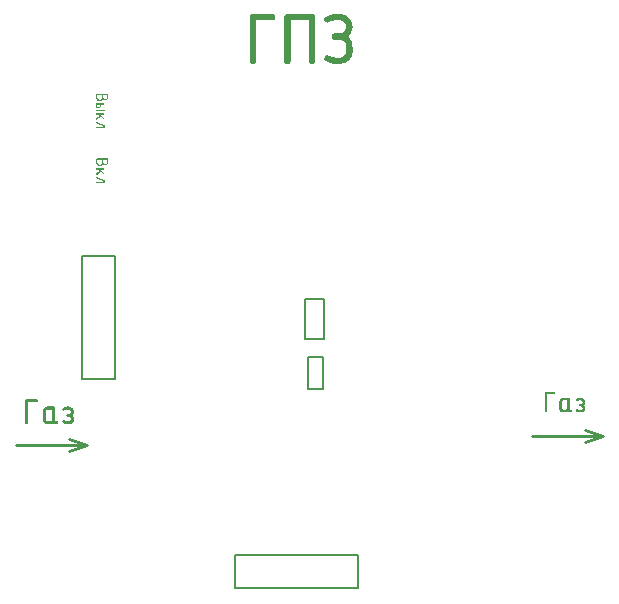
<source format=gto>
G04 Layer_Color=65535*
%FSLAX44Y44*%
%MOMM*%
G71*
G01*
G75*
%ADD21C,0.2540*%
%ADD22C,0.2000*%
G36*
X112003Y468165D02*
X112101Y468126D01*
X112179Y468048D01*
X112276Y467970D01*
X112335Y467834D01*
X112354Y467658D01*
Y467639D01*
Y467580D01*
X112335Y467483D01*
X112296Y467385D01*
X112218Y467307D01*
X112140Y467210D01*
X112003Y467151D01*
X111827Y467131D01*
X108902D01*
X112198Y463835D01*
X112218Y463815D01*
X112276Y463737D01*
X112335Y463620D01*
X112354Y463464D01*
Y463445D01*
Y463386D01*
X112335Y463288D01*
X112296Y463191D01*
X112218Y463113D01*
X112140Y463015D01*
X112003Y462957D01*
X111827Y462937D01*
X111789D01*
X111711Y462957D01*
X111574Y462996D01*
X111457Y463093D01*
X109136Y465395D01*
X105819Y463035D01*
X105800Y463015D01*
X105722Y462976D01*
X105624Y462957D01*
X105507Y462937D01*
X105429D01*
X105351Y462957D01*
X105254Y462996D01*
X105156Y463074D01*
X105078Y463152D01*
X105020Y463288D01*
X105000Y463464D01*
Y463484D01*
Y463503D01*
X105020Y463620D01*
X105098Y463757D01*
X105137Y463835D01*
X105215Y463893D01*
X108375Y466156D01*
X107399Y467131D01*
X105429D01*
X105351Y467151D01*
X105254Y467190D01*
X105156Y467268D01*
X105078Y467346D01*
X105020Y467483D01*
X105000Y467658D01*
Y467678D01*
Y467736D01*
X105020Y467834D01*
X105058Y467912D01*
X105117Y468009D01*
X105215Y468107D01*
X105332Y468165D01*
X105507Y468185D01*
X111906D01*
X112003Y468165D01*
D02*
G37*
G36*
X105683Y460811D02*
X111925Y458743D01*
X111945D01*
X111984Y458704D01*
X112062Y458665D01*
X112140Y458626D01*
X112218Y458548D01*
X112296Y458451D01*
X112335Y458353D01*
X112354Y458217D01*
Y456110D01*
Y456090D01*
Y456032D01*
X112335Y455934D01*
X112296Y455837D01*
X112218Y455759D01*
X112140Y455661D01*
X112003Y455603D01*
X111827Y455583D01*
X105429D01*
X105351Y455603D01*
X105254Y455642D01*
X105156Y455720D01*
X105078Y455798D01*
X105020Y455934D01*
X105000Y456110D01*
Y456129D01*
Y456188D01*
X105020Y456285D01*
X105058Y456363D01*
X105117Y456461D01*
X105215Y456558D01*
X105332Y456617D01*
X105507Y456637D01*
X111301D01*
Y457846D01*
X105351Y459816D01*
X105332D01*
X105293Y459836D01*
X105176Y459914D01*
X105117Y459992D01*
X105058Y460070D01*
X105020Y460167D01*
X105000Y460304D01*
Y460323D01*
Y460382D01*
X105020Y460480D01*
X105058Y460558D01*
X105137Y460655D01*
X105215Y460753D01*
X105351Y460811D01*
X105527Y460831D01*
X105585D01*
X105683Y460811D01*
D02*
G37*
G36*
X112003Y471325D02*
X112101Y471287D01*
X112179Y471208D01*
X112276Y471130D01*
X112335Y470994D01*
X112354Y470818D01*
Y470799D01*
Y470740D01*
X112335Y470643D01*
X112296Y470545D01*
X112218Y470467D01*
X112140Y470370D01*
X112003Y470311D01*
X111827Y470292D01*
X105429D01*
X105351Y470311D01*
X105254Y470350D01*
X105156Y470428D01*
X105078Y470506D01*
X105020Y470643D01*
X105000Y470818D01*
Y470838D01*
Y470896D01*
X105020Y470994D01*
X105058Y471072D01*
X105117Y471169D01*
X105215Y471267D01*
X105332Y471325D01*
X105507Y471345D01*
X111906D01*
X112003Y471325D01*
D02*
G37*
G36*
X115163Y484981D02*
X115261Y484941D01*
X115339Y484883D01*
X115436Y484785D01*
X115495Y484668D01*
X115514Y484493D01*
Y481859D01*
Y481840D01*
Y481801D01*
Y481742D01*
X115495Y481664D01*
X115475Y481469D01*
X115417Y481216D01*
X115339Y480904D01*
X115202Y480591D01*
X115007Y480279D01*
X114754Y479987D01*
X114715Y479948D01*
X114617Y479870D01*
X114461Y479753D01*
X114227Y479596D01*
X113954Y479460D01*
X113642Y479343D01*
X113291Y479265D01*
X112881Y479226D01*
X112764D01*
X112666Y479245D01*
X112432Y479284D01*
X112159Y479343D01*
X111827Y479460D01*
X111476Y479636D01*
X111320Y479753D01*
X111145Y479870D01*
X110989Y480026D01*
X110833Y480201D01*
X110813Y480182D01*
X110794Y480143D01*
X110735Y480065D01*
X110657Y479967D01*
X110579Y479850D01*
X110462Y479733D01*
X110325Y479596D01*
X110169Y479440D01*
X109974Y479304D01*
X109779Y479167D01*
X109565Y479050D01*
X109311Y478933D01*
X109058Y478836D01*
X108765Y478758D01*
X108472Y478719D01*
X108141Y478699D01*
X108024D01*
X107926Y478719D01*
X107809D01*
X107673Y478738D01*
X107380Y478816D01*
X107029Y478933D01*
X106658Y479089D01*
X106268Y479323D01*
X106092Y479479D01*
X105917Y479636D01*
Y479655D01*
X105878Y479675D01*
X105839Y479733D01*
X105780Y479792D01*
X105624Y479987D01*
X105468Y480260D01*
X105293Y480572D01*
X105137Y480962D01*
X105039Y481391D01*
X105020Y481625D01*
X105000Y481859D01*
Y484493D01*
Y484512D01*
Y484571D01*
X105020Y484649D01*
X105058Y484746D01*
X105117Y484844D01*
X105215Y484922D01*
X105332Y484981D01*
X105507Y485000D01*
X115066D01*
X115163Y484981D01*
D02*
G37*
G36*
X112003Y476573D02*
X112101Y476534D01*
X112179Y476456D01*
X112276Y476378D01*
X112335Y476241D01*
X112354Y476066D01*
Y476046D01*
Y475988D01*
X112335Y475890D01*
X112296Y475793D01*
X112218Y475715D01*
X112140Y475617D01*
X112003Y475559D01*
X111827Y475539D01*
X109214D01*
Y474486D01*
Y474466D01*
Y474447D01*
Y474330D01*
X109175Y474174D01*
X109136Y473979D01*
X109058Y473744D01*
X108960Y473491D01*
X108804Y473237D01*
X108589Y473003D01*
X108570Y472984D01*
X108472Y472906D01*
X108355Y472808D01*
X108180Y472691D01*
X107965Y472574D01*
X107711Y472476D01*
X107419Y472398D01*
X107107Y472379D01*
X106951D01*
X106795Y472418D01*
X106580Y472457D01*
X106346Y472535D01*
X106092Y472632D01*
X105839Y472789D01*
X105605Y473003D01*
X105585Y473023D01*
X105507Y473120D01*
X105410Y473237D01*
X105312Y473413D01*
X105195Y473627D01*
X105098Y473881D01*
X105020Y474174D01*
X105000Y474486D01*
Y476066D01*
Y476085D01*
Y476144D01*
X105020Y476241D01*
X105058Y476319D01*
X105117Y476417D01*
X105215Y476514D01*
X105332Y476573D01*
X105507Y476592D01*
X111906D01*
X112003Y476573D01*
D02*
G37*
G36*
X516144Y227368D02*
X516499Y227303D01*
X516917Y227174D01*
X517336Y226981D01*
X517787Y226691D01*
X518206Y226337D01*
X518238Y226305D01*
X518367Y226144D01*
X518560Y225918D01*
X518753Y225628D01*
X518946Y225242D01*
X519140Y224791D01*
X519268Y224308D01*
X519301Y223760D01*
Y223728D01*
Y223664D01*
Y223567D01*
X519268Y223438D01*
X519236Y223116D01*
X519140Y222698D01*
X519011Y222279D01*
X518785Y221860D01*
X518495Y221474D01*
X518109Y221184D01*
X518173Y221152D01*
X518302Y221055D01*
X518495Y220894D01*
X518721Y220636D01*
X518914Y220282D01*
X519107Y219863D01*
X519236Y219316D01*
X519301Y218639D01*
Y218607D01*
Y218575D01*
Y218382D01*
X519236Y218092D01*
X519172Y217738D01*
X519043Y217351D01*
X518850Y216900D01*
X518560Y216481D01*
X518206Y216063D01*
X518173Y216031D01*
X518012Y215902D01*
X517787Y215741D01*
X517497Y215548D01*
X517111Y215322D01*
X516660Y215161D01*
X516144Y215032D01*
X515597Y215000D01*
X514566D01*
X514373Y215032D01*
X514115Y215064D01*
X513761Y215129D01*
X513407Y215193D01*
X512956Y215322D01*
X512505Y215483D01*
X512441Y215515D01*
X512280Y215580D01*
X512054Y215709D01*
X511796Y215870D01*
X511539Y216063D01*
X511313Y216320D01*
X511152Y216578D01*
X511120Y216739D01*
X511088Y216900D01*
Y216932D01*
Y216965D01*
X511120Y217126D01*
X511185Y217351D01*
X511313Y217641D01*
Y217673D01*
X511345Y217705D01*
X511507Y217866D01*
X511700Y217995D01*
X511829Y218027D01*
X511990Y218060D01*
X512022D01*
X512086Y218027D01*
X512151Y217995D01*
X512312Y217963D01*
X512505Y217899D01*
X512763Y217770D01*
X513085Y217641D01*
X513117Y217609D01*
X513246Y217577D01*
X513439Y217512D01*
X513664Y217448D01*
X514212Y217287D01*
X514470Y217255D01*
X514727Y217222D01*
X515694D01*
X515790Y217255D01*
X515951Y217287D01*
X516273Y217416D01*
X516434Y217512D01*
X516595Y217641D01*
X516628Y217673D01*
X516660Y217705D01*
X516724Y217802D01*
X516821Y217931D01*
X516982Y218253D01*
X517014Y218446D01*
X517046Y218639D01*
Y218672D01*
Y218768D01*
X517014Y218865D01*
Y219026D01*
X516885Y219380D01*
X516788Y219541D01*
X516660Y219702D01*
X516595Y219767D01*
X516434Y219863D01*
X516144Y219992D01*
X515790Y220089D01*
X514631D01*
X514437Y220153D01*
X514180Y220250D01*
X513954Y220411D01*
X513890Y220475D01*
X513793Y220636D01*
X513697Y220862D01*
X513632Y221184D01*
Y221216D01*
Y221248D01*
X513664Y221441D01*
X513761Y221699D01*
X513954Y221957D01*
X513987Y221989D01*
X514019Y222021D01*
X514083Y222086D01*
X514212Y222150D01*
X514341Y222214D01*
X514534Y222247D01*
X514727Y222311D01*
X515629D01*
X515758Y222343D01*
X515951Y222376D01*
X516305Y222472D01*
X516499Y222569D01*
X516660Y222698D01*
X516692Y222730D01*
X516724Y222762D01*
X516788Y222859D01*
X516853Y222987D01*
X516982Y223309D01*
X517046Y223535D01*
Y223760D01*
Y223793D01*
Y223857D01*
X517014Y223954D01*
X516982Y224115D01*
X516885Y224437D01*
X516756Y224598D01*
X516628Y224759D01*
X516595Y224791D01*
X516563Y224823D01*
X516466Y224888D01*
X516338Y224984D01*
X516016Y225145D01*
X515822Y225177D01*
X515597Y225210D01*
X514470D01*
X514276Y225177D01*
X514051D01*
X513793Y225145D01*
X513471Y225081D01*
X513149Y225016D01*
X513117D01*
X513020Y224984D01*
X512859Y224952D01*
X512666Y224920D01*
X512280Y224759D01*
X512118Y224694D01*
X511990Y224598D01*
X511957D01*
X511925Y224566D01*
X511764Y224533D01*
X511635Y224501D01*
X511539Y224533D01*
X511410Y224598D01*
X511313Y224727D01*
Y224759D01*
X511281Y224791D01*
X511217Y224984D01*
X511120Y225242D01*
X511088Y225499D01*
Y225532D01*
X511120Y225628D01*
X511185Y225789D01*
X511281Y225983D01*
X511474Y226208D01*
X511732Y226466D01*
X512118Y226723D01*
X512376Y226820D01*
X512634Y226949D01*
X512698Y226981D01*
X512827Y227013D01*
X513052Y227110D01*
X513342Y227206D01*
X513664Y227271D01*
X514019Y227368D01*
X514373Y227400D01*
X514727Y227432D01*
X515854D01*
X516144Y227368D01*
D02*
G37*
G36*
X288268Y552489D02*
X288658Y552411D01*
X289205Y552255D01*
X289752Y551864D01*
X290142Y551396D01*
X290455Y550771D01*
X290611Y549834D01*
Y512656D01*
Y512578D01*
X290533Y512265D01*
X290455Y511796D01*
X290298Y511328D01*
X289908Y510859D01*
X289439Y510391D01*
X288736Y510078D01*
X287799Y510000D01*
X287721D01*
X287409Y510078D01*
X286940Y510156D01*
X286471Y510312D01*
X286003Y510625D01*
X285534Y511093D01*
X285222Y511796D01*
X285143Y512656D01*
Y547178D01*
X269991D01*
Y512656D01*
Y512578D01*
X269913Y512265D01*
X269835Y511796D01*
X269679Y511328D01*
X269288Y510859D01*
X268820Y510391D01*
X268116Y510078D01*
X267179Y510000D01*
X267101D01*
X266789Y510078D01*
X266320Y510156D01*
X265851Y510312D01*
X265383Y510625D01*
X264914Y511093D01*
X264602Y511796D01*
X264524Y512656D01*
Y549834D01*
Y549990D01*
X264602Y550302D01*
X264680Y550693D01*
X264836Y551240D01*
X265149Y551708D01*
X265617Y552177D01*
X266320Y552489D01*
X267179Y552567D01*
X287955D01*
X288268Y552489D01*
D02*
G37*
G36*
X254604D02*
X254995Y552411D01*
X255542Y552255D01*
X256088Y551864D01*
X256479Y551396D01*
X256791Y550771D01*
X256947Y549834D01*
Y549756D01*
X256869Y549443D01*
X256791Y548974D01*
X256635Y548506D01*
X256245Y548037D01*
X255776Y547569D01*
X255073Y547256D01*
X254136Y547178D01*
X240467D01*
Y512656D01*
Y512578D01*
X240389Y512265D01*
X240311Y511796D01*
X240155Y511328D01*
X239764Y510859D01*
X239296Y510391D01*
X238593Y510078D01*
X237656Y510000D01*
X237577D01*
X237265Y510078D01*
X236796Y510156D01*
X236328Y510312D01*
X235859Y510625D01*
X235390Y511093D01*
X235078Y511796D01*
X235000Y512656D01*
Y549834D01*
Y549990D01*
X235078Y550302D01*
X235156Y550693D01*
X235312Y551240D01*
X235625Y551708D01*
X236094Y552177D01*
X236796Y552489D01*
X237656Y552567D01*
X254292D01*
X254604Y552489D01*
D02*
G37*
G36*
X312012D02*
X312871Y552411D01*
X313964Y552177D01*
X315136Y551786D01*
X316464Y551161D01*
X317791Y550380D01*
X319041Y549287D01*
X319197Y549131D01*
X319588Y548740D01*
X320056Y548037D01*
X320681Y547100D01*
X321306Y546006D01*
X321775Y544679D01*
X322165Y543195D01*
X322321Y541554D01*
Y541476D01*
Y541320D01*
Y541008D01*
X322243Y540695D01*
X322165Y540227D01*
X322087Y539680D01*
X321775Y538508D01*
X321306Y537181D01*
X320603Y535775D01*
X320135Y535150D01*
X319588Y534447D01*
X318885Y533822D01*
X318182Y533275D01*
X318338Y533197D01*
X318650Y532963D01*
X319119Y532494D01*
X319744Y531869D01*
X320369Y531166D01*
X320915Y530229D01*
X321462Y529136D01*
X321853Y527886D01*
Y527808D01*
X321931Y527574D01*
X322009Y527105D01*
X322087Y526402D01*
X322165Y525465D01*
X322243Y524215D01*
X322321Y522731D01*
Y521872D01*
Y520935D01*
Y520857D01*
Y520700D01*
Y520466D01*
X322243Y520154D01*
X322165Y519373D01*
X321931Y518279D01*
X321540Y517029D01*
X320915Y515780D01*
X320135Y514452D01*
X319041Y513202D01*
X318885Y513046D01*
X318494Y512734D01*
X317791Y512187D01*
X316854Y511640D01*
X315761Y511015D01*
X314433Y510469D01*
X312871Y510156D01*
X311231Y510000D01*
X308653D01*
X308341Y510078D01*
X307872D01*
X307325Y510156D01*
X306076Y510312D01*
X304592Y510547D01*
X303029Y511015D01*
X301389Y511562D01*
X299749Y512343D01*
X299671Y512421D01*
X299515Y512499D01*
X299046Y512968D01*
X298499Y513671D01*
X298343Y514140D01*
X298265Y514686D01*
Y514764D01*
Y514921D01*
X298343Y515389D01*
X298577Y516014D01*
X299046Y516639D01*
X299202Y516795D01*
X299593Y517029D01*
X300140Y517264D01*
X300921Y517420D01*
X301311D01*
X301702Y517264D01*
X302170Y517108D01*
X302248Y517029D01*
X302561Y516951D01*
X303029Y516717D01*
X303654Y516483D01*
X304279Y516248D01*
X305060Y516014D01*
X305763Y515780D01*
X306544Y515624D01*
X306857D01*
X307169Y515546D01*
X307716D01*
X308341Y515467D01*
X309122D01*
X310137Y515389D01*
X311621D01*
X312090Y515467D01*
X312636Y515624D01*
X313183Y515780D01*
X313886Y516014D01*
X314511Y516405D01*
X315136Y516951D01*
X315214Y517029D01*
X315370Y517264D01*
X315683Y517576D01*
X315995Y518045D01*
X316229Y518592D01*
X316542Y519295D01*
X316698Y520076D01*
X316776Y520857D01*
Y524996D01*
Y525074D01*
Y525230D01*
Y525543D01*
X316698Y525855D01*
X316620Y526715D01*
X316307Y527495D01*
X316229Y527652D01*
X315917Y527964D01*
X315526Y528511D01*
X314901Y529058D01*
X314042Y529604D01*
X313027Y530151D01*
X311855Y530463D01*
X310449Y530620D01*
X307716D01*
X307325Y530698D01*
X306935D01*
X305998Y530932D01*
X305529Y531166D01*
X305216Y531401D01*
X305060Y531557D01*
X304826Y531948D01*
X304592Y532494D01*
X304435Y533275D01*
Y533353D01*
Y533510D01*
X304513Y533978D01*
X304748Y534603D01*
X305216Y535228D01*
X305294D01*
X305373Y535384D01*
X305607Y535462D01*
X305841Y535619D01*
X306232Y535775D01*
X306700Y535853D01*
X307247Y536009D01*
X310996D01*
X311543Y536087D01*
X312246Y536243D01*
X312949Y536399D01*
X313730Y536712D01*
X314433Y537103D01*
X315136Y537649D01*
X315214Y537727D01*
X315370Y537962D01*
X315683Y538274D01*
X315995Y538743D01*
X316229Y539289D01*
X316542Y539992D01*
X316698Y540773D01*
X316776Y541554D01*
Y541632D01*
Y541945D01*
X316698Y542414D01*
X316542Y542960D01*
X316385Y543585D01*
X316073Y544210D01*
X315683Y544913D01*
X315136Y545538D01*
X315058Y545616D01*
X314823Y545772D01*
X314511Y546085D01*
X314042Y546397D01*
X313496Y546631D01*
X312793Y546944D01*
X312090Y547100D01*
X311231Y547178D01*
X308575D01*
X307950Y547100D01*
X307013Y546944D01*
X305998Y546709D01*
X304826Y546397D01*
X303498Y546006D01*
X302170Y545382D01*
X302092Y545303D01*
X301780Y545225D01*
X301389Y545147D01*
X300921Y545069D01*
X300764D01*
X300296Y545147D01*
X299671Y545382D01*
X299046Y545850D01*
X298890Y546006D01*
X298656Y546397D01*
X298421Y546944D01*
X298265Y547725D01*
Y547803D01*
Y547959D01*
X298343Y548271D01*
X298421Y548584D01*
X298577Y548896D01*
X298734Y549209D01*
X299046Y549521D01*
X299437Y549756D01*
X299515D01*
X299671Y549912D01*
X299905Y549990D01*
X300218Y550224D01*
X300608Y550380D01*
X301155Y550615D01*
X302327Y551161D01*
X303811Y551708D01*
X305451Y552099D01*
X307247Y552411D01*
X309200Y552567D01*
X311699D01*
X312012Y552489D01*
D02*
G37*
G36*
X505258Y227400D02*
X505419Y227368D01*
X505645Y227303D01*
X505870Y227142D01*
X506031Y226949D01*
X506160Y226691D01*
X506225Y226305D01*
Y217802D01*
Y217770D01*
Y217705D01*
X506257Y217609D01*
X506321Y217512D01*
X506418Y217383D01*
X506579Y217287D01*
X506772Y217222D01*
X507062Y217190D01*
X507191D01*
X507352Y217126D01*
X507513Y217061D01*
X507642Y216932D01*
X507803Y216739D01*
X507899Y216449D01*
X507932Y216095D01*
Y216063D01*
X507899Y215934D01*
X507867Y215741D01*
X507803Y215548D01*
X507642Y215354D01*
X507448Y215161D01*
X507159Y215032D01*
X506772Y215000D01*
X506547D01*
X506321Y215064D01*
X506031Y215129D01*
X505742Y215226D01*
X505387Y215387D01*
X505097Y215612D01*
X504807Y215902D01*
X504775Y215870D01*
X504646Y215773D01*
X504485Y215612D01*
X504228Y215451D01*
X503906Y215290D01*
X503519Y215129D01*
X503036Y215032D01*
X502521Y215000D01*
X500749D01*
X500556Y215032D01*
X500266Y215064D01*
X499912Y215129D01*
X499493Y215258D01*
X499075Y215451D01*
X498624Y215676D01*
X498205Y216031D01*
X498173Y216095D01*
X498044Y216224D01*
X497883Y216449D01*
X497690Y216771D01*
X497496Y217126D01*
X497335Y217577D01*
X497206Y218092D01*
X497174Y218639D01*
Y223760D01*
Y223793D01*
Y223825D01*
X497206Y224018D01*
X497239Y224308D01*
X497303Y224662D01*
X497432Y225081D01*
X497625Y225499D01*
X497851Y225950D01*
X498205Y226369D01*
X498269Y226401D01*
X498398Y226530D01*
X498624Y226691D01*
X498946Y226917D01*
X499300Y227110D01*
X499751Y227271D01*
X500266Y227400D01*
X500814Y227432D01*
X505130D01*
X505258Y227400D01*
D02*
G37*
G36*
X493084Y232521D02*
X493245Y232488D01*
X493470Y232424D01*
X493696Y232263D01*
X493857Y232070D01*
X493986Y231812D01*
X494050Y231426D01*
Y231394D01*
X494018Y231265D01*
X493986Y231071D01*
X493921Y230878D01*
X493760Y230685D01*
X493567Y230492D01*
X493277Y230363D01*
X492891Y230331D01*
X487254D01*
Y216095D01*
Y216063D01*
X487222Y215934D01*
X487190Y215741D01*
X487126Y215548D01*
X486965Y215354D01*
X486771Y215161D01*
X486482Y215032D01*
X486095Y215000D01*
X486063D01*
X485934Y215032D01*
X485741Y215064D01*
X485547Y215129D01*
X485354Y215258D01*
X485161Y215451D01*
X485032Y215741D01*
X485000Y216095D01*
Y231426D01*
Y231490D01*
X485032Y231619D01*
X485064Y231780D01*
X485129Y232005D01*
X485258Y232199D01*
X485451Y232392D01*
X485741Y232521D01*
X486095Y232553D01*
X492955D01*
X493084Y232521D01*
D02*
G37*
G36*
X112003Y421573D02*
X112101Y421534D01*
X112179Y421456D01*
X112276Y421378D01*
X112335Y421241D01*
X112354Y421066D01*
Y421046D01*
Y420988D01*
X112335Y420890D01*
X112296Y420793D01*
X112218Y420715D01*
X112140Y420617D01*
X112003Y420559D01*
X111827Y420539D01*
X108902D01*
X112198Y417242D01*
X112218Y417223D01*
X112276Y417145D01*
X112335Y417028D01*
X112354Y416872D01*
Y416852D01*
Y416794D01*
X112335Y416696D01*
X112296Y416599D01*
X112218Y416521D01*
X112140Y416423D01*
X112003Y416365D01*
X111827Y416345D01*
X111789D01*
X111711Y416365D01*
X111574Y416404D01*
X111457Y416501D01*
X109136Y418803D01*
X105819Y416442D01*
X105800Y416423D01*
X105722Y416384D01*
X105624Y416365D01*
X105507Y416345D01*
X105429D01*
X105351Y416365D01*
X105254Y416404D01*
X105156Y416482D01*
X105078Y416559D01*
X105020Y416696D01*
X105000Y416872D01*
Y416891D01*
Y416911D01*
X105020Y417028D01*
X105098Y417164D01*
X105137Y417242D01*
X105215Y417301D01*
X108375Y419564D01*
X107399Y420539D01*
X105429D01*
X105351Y420559D01*
X105254Y420597D01*
X105156Y420676D01*
X105078Y420754D01*
X105020Y420890D01*
X105000Y421066D01*
Y421085D01*
Y421144D01*
X105020Y421241D01*
X105058Y421319D01*
X105117Y421417D01*
X105215Y421514D01*
X105332Y421573D01*
X105507Y421592D01*
X111906D01*
X112003Y421573D01*
D02*
G37*
G36*
X115163Y429981D02*
X115261Y429941D01*
X115339Y429883D01*
X115436Y429785D01*
X115495Y429668D01*
X115514Y429493D01*
Y426859D01*
Y426840D01*
Y426801D01*
Y426742D01*
X115495Y426664D01*
X115475Y426469D01*
X115417Y426216D01*
X115339Y425904D01*
X115202Y425591D01*
X115007Y425279D01*
X114754Y424987D01*
X114715Y424948D01*
X114617Y424870D01*
X114461Y424753D01*
X114227Y424596D01*
X113954Y424460D01*
X113642Y424343D01*
X113291Y424265D01*
X112881Y424226D01*
X112764D01*
X112666Y424245D01*
X112432Y424284D01*
X112159Y424343D01*
X111827Y424460D01*
X111476Y424636D01*
X111320Y424753D01*
X111145Y424870D01*
X110989Y425026D01*
X110833Y425201D01*
X110813Y425182D01*
X110794Y425143D01*
X110735Y425065D01*
X110657Y424967D01*
X110579Y424850D01*
X110462Y424733D01*
X110325Y424596D01*
X110169Y424440D01*
X109974Y424304D01*
X109779Y424167D01*
X109565Y424050D01*
X109311Y423933D01*
X109058Y423836D01*
X108765Y423758D01*
X108472Y423719D01*
X108141Y423699D01*
X108024D01*
X107926Y423719D01*
X107809D01*
X107673Y423738D01*
X107380Y423816D01*
X107029Y423933D01*
X106658Y424089D01*
X106268Y424323D01*
X106092Y424479D01*
X105917Y424636D01*
Y424655D01*
X105878Y424674D01*
X105839Y424733D01*
X105780Y424792D01*
X105624Y424987D01*
X105468Y425260D01*
X105293Y425572D01*
X105137Y425962D01*
X105039Y426391D01*
X105020Y426625D01*
X105000Y426859D01*
Y429493D01*
Y429512D01*
Y429571D01*
X105020Y429649D01*
X105058Y429746D01*
X105117Y429844D01*
X105215Y429922D01*
X105332Y429981D01*
X105507Y430000D01*
X115066D01*
X115163Y429981D01*
D02*
G37*
G36*
X54799Y226238D02*
X54994Y226199D01*
X55268Y226121D01*
X55541Y225925D01*
X55736Y225691D01*
X55892Y225379D01*
X55970Y224910D01*
Y224871D01*
X55931Y224715D01*
X55892Y224481D01*
X55814Y224247D01*
X55619Y224012D01*
X55385Y223778D01*
X55033Y223622D01*
X54565Y223583D01*
X47733D01*
Y206327D01*
Y206288D01*
X47694Y206132D01*
X47655Y205898D01*
X47577Y205664D01*
X47381Y205429D01*
X47147Y205195D01*
X46796Y205039D01*
X46327Y205000D01*
X46288D01*
X46132Y205039D01*
X45898Y205078D01*
X45664Y205156D01*
X45429Y205312D01*
X45195Y205547D01*
X45039Y205898D01*
X45000Y206327D01*
Y224910D01*
Y224988D01*
X45039Y225145D01*
X45078Y225340D01*
X45156Y225613D01*
X45312Y225847D01*
X45547Y226082D01*
X45898Y226238D01*
X46327Y226277D01*
X54643D01*
X54799Y226238D01*
D02*
G37*
G36*
X105683Y414219D02*
X111925Y412151D01*
X111945D01*
X111984Y412112D01*
X112062Y412073D01*
X112140Y412034D01*
X112218Y411956D01*
X112296Y411858D01*
X112335Y411761D01*
X112354Y411624D01*
Y409517D01*
Y409498D01*
Y409439D01*
X112335Y409342D01*
X112296Y409244D01*
X112218Y409166D01*
X112140Y409069D01*
X112003Y409010D01*
X111827Y408991D01*
X105429D01*
X105351Y409010D01*
X105254Y409049D01*
X105156Y409127D01*
X105078Y409205D01*
X105020Y409342D01*
X105000Y409517D01*
Y409537D01*
Y409595D01*
X105020Y409693D01*
X105058Y409771D01*
X105117Y409869D01*
X105215Y409966D01*
X105332Y410025D01*
X105507Y410044D01*
X111301D01*
Y411254D01*
X105351Y413224D01*
X105332D01*
X105293Y413243D01*
X105176Y413321D01*
X105117Y413399D01*
X105058Y413477D01*
X105020Y413575D01*
X105000Y413712D01*
Y413731D01*
Y413789D01*
X105020Y413887D01*
X105058Y413965D01*
X105137Y414063D01*
X105215Y414160D01*
X105351Y414219D01*
X105527Y414238D01*
X105585D01*
X105683Y414219D01*
D02*
G37*
G36*
X82752Y219991D02*
X83181Y219913D01*
X83688Y219757D01*
X84196Y219523D01*
X84742Y219172D01*
X85250Y218742D01*
X85289Y218703D01*
X85445Y218508D01*
X85680Y218235D01*
X85914Y217883D01*
X86148Y217415D01*
X86382Y216868D01*
X86538Y216283D01*
X86577Y215619D01*
Y215580D01*
Y215502D01*
Y215385D01*
X86538Y215228D01*
X86499Y214838D01*
X86382Y214331D01*
X86226Y213823D01*
X85953Y213316D01*
X85601Y212847D01*
X85133Y212496D01*
X85211Y212457D01*
X85367Y212339D01*
X85601Y212144D01*
X85875Y211832D01*
X86109Y211402D01*
X86343Y210895D01*
X86499Y210231D01*
X86577Y209412D01*
Y209373D01*
Y209333D01*
Y209099D01*
X86499Y208748D01*
X86421Y208318D01*
X86265Y207850D01*
X86031Y207303D01*
X85680Y206796D01*
X85250Y206288D01*
X85211Y206249D01*
X85016Y206093D01*
X84742Y205898D01*
X84391Y205664D01*
X83923Y205390D01*
X83376Y205195D01*
X82752Y205039D01*
X82088Y205000D01*
X80838D01*
X80604Y205039D01*
X80292Y205078D01*
X79863Y205156D01*
X79433Y205234D01*
X78887Y205390D01*
X78340Y205586D01*
X78262Y205625D01*
X78067Y205703D01*
X77793Y205859D01*
X77481Y206054D01*
X77169Y206288D01*
X76895Y206601D01*
X76700Y206913D01*
X76661Y207108D01*
X76622Y207303D01*
Y207342D01*
Y207381D01*
X76661Y207577D01*
X76739Y207850D01*
X76895Y208201D01*
Y208240D01*
X76935Y208279D01*
X77130Y208475D01*
X77364Y208631D01*
X77520Y208670D01*
X77715Y208709D01*
X77754D01*
X77832Y208670D01*
X77911Y208631D01*
X78106Y208592D01*
X78340Y208514D01*
X78652Y208357D01*
X79043Y208201D01*
X79082Y208162D01*
X79238Y208123D01*
X79472Y208045D01*
X79745Y207967D01*
X80409Y207772D01*
X80721Y207733D01*
X81034Y207694D01*
X82205D01*
X82322Y207733D01*
X82517Y207772D01*
X82908Y207928D01*
X83103Y208045D01*
X83298Y208201D01*
X83337Y208240D01*
X83376Y208279D01*
X83454Y208396D01*
X83571Y208553D01*
X83766Y208943D01*
X83806Y209177D01*
X83845Y209412D01*
Y209451D01*
Y209568D01*
X83806Y209685D01*
Y209880D01*
X83649Y210309D01*
X83532Y210505D01*
X83376Y210700D01*
X83298Y210778D01*
X83103Y210895D01*
X82752Y211051D01*
X82322Y211168D01*
X80917D01*
X80682Y211246D01*
X80370Y211364D01*
X80097Y211559D01*
X80019Y211637D01*
X79902Y211832D01*
X79784Y212105D01*
X79706Y212496D01*
Y212535D01*
Y212574D01*
X79745Y212808D01*
X79863Y213120D01*
X80097Y213433D01*
X80136Y213472D01*
X80175Y213511D01*
X80253Y213589D01*
X80409Y213667D01*
X80565Y213745D01*
X80800Y213784D01*
X81034Y213862D01*
X82127D01*
X82283Y213901D01*
X82517Y213940D01*
X82947Y214057D01*
X83181Y214174D01*
X83376Y214331D01*
X83415Y214370D01*
X83454Y214409D01*
X83532Y214526D01*
X83610Y214682D01*
X83766Y215072D01*
X83845Y215346D01*
Y215619D01*
Y215658D01*
Y215736D01*
X83806Y215853D01*
X83766Y216048D01*
X83649Y216439D01*
X83493Y216634D01*
X83337Y216829D01*
X83298Y216868D01*
X83259Y216907D01*
X83142Y216985D01*
X82986Y217102D01*
X82595Y217298D01*
X82361Y217337D01*
X82088Y217376D01*
X80721D01*
X80487Y217337D01*
X80214D01*
X79902Y217298D01*
X79511Y217220D01*
X79121Y217141D01*
X79082D01*
X78965Y217102D01*
X78769Y217063D01*
X78535Y217024D01*
X78067Y216829D01*
X77871Y216751D01*
X77715Y216634D01*
X77676D01*
X77637Y216595D01*
X77442Y216556D01*
X77286Y216517D01*
X77169Y216556D01*
X77013Y216634D01*
X76895Y216790D01*
Y216829D01*
X76856Y216868D01*
X76778Y217102D01*
X76661Y217415D01*
X76622Y217727D01*
Y217766D01*
X76661Y217883D01*
X76739Y218078D01*
X76856Y218313D01*
X77091Y218586D01*
X77403Y218898D01*
X77871Y219210D01*
X78184Y219328D01*
X78496Y219484D01*
X78574Y219523D01*
X78730Y219562D01*
X79004Y219679D01*
X79355Y219796D01*
X79745Y219874D01*
X80175Y219991D01*
X80604Y220030D01*
X81034Y220069D01*
X82400D01*
X82752Y219991D01*
D02*
G37*
G36*
X69556Y220030D02*
X69751Y219991D01*
X70024Y219913D01*
X70298Y219718D01*
X70493Y219484D01*
X70649Y219172D01*
X70727Y218703D01*
Y208396D01*
Y208357D01*
Y208279D01*
X70766Y208162D01*
X70844Y208045D01*
X70961Y207889D01*
X71157Y207772D01*
X71391Y207694D01*
X71742Y207655D01*
X71898D01*
X72094Y207577D01*
X72289Y207499D01*
X72445Y207342D01*
X72640Y207108D01*
X72757Y206757D01*
X72796Y206327D01*
Y206288D01*
X72757Y206132D01*
X72718Y205898D01*
X72640Y205664D01*
X72445Y205429D01*
X72211Y205195D01*
X71859Y205039D01*
X71391Y205000D01*
X71118D01*
X70844Y205078D01*
X70493Y205156D01*
X70142Y205273D01*
X69712Y205469D01*
X69361Y205742D01*
X69009Y206093D01*
X68970Y206054D01*
X68814Y205937D01*
X68619Y205742D01*
X68307Y205547D01*
X67916Y205351D01*
X67448Y205156D01*
X66862Y205039D01*
X66238Y205000D01*
X64090D01*
X63856Y205039D01*
X63505Y205078D01*
X63075Y205156D01*
X62568Y205312D01*
X62060Y205547D01*
X61514Y205820D01*
X61006Y206249D01*
X60967Y206327D01*
X60811Y206483D01*
X60616Y206757D01*
X60382Y207147D01*
X60148Y207577D01*
X59952Y208123D01*
X59796Y208748D01*
X59757Y209412D01*
Y215619D01*
Y215658D01*
Y215697D01*
X59796Y215931D01*
X59835Y216283D01*
X59913Y216712D01*
X60069Y217220D01*
X60304Y217727D01*
X60577Y218274D01*
X61006Y218781D01*
X61084Y218820D01*
X61241Y218976D01*
X61514Y219172D01*
X61904Y219445D01*
X62334Y219679D01*
X62880Y219874D01*
X63505Y220030D01*
X64169Y220069D01*
X69400D01*
X69556Y220030D01*
D02*
G37*
%LPC*%
G36*
X110247Y483947D02*
X106053D01*
Y481859D01*
Y481840D01*
Y481820D01*
X106073Y481703D01*
X106092Y481547D01*
X106131Y481352D01*
X106209Y481118D01*
X106307Y480864D01*
X106463Y480611D01*
X106658Y480377D01*
X106678Y480357D01*
X106775Y480279D01*
X106892Y480182D01*
X107068Y480065D01*
X107282Y479948D01*
X107536Y479850D01*
X107829Y479772D01*
X108141Y479753D01*
X108297D01*
X108453Y479792D01*
X108648Y479831D01*
X108882Y479909D01*
X109136Y480006D01*
X109389Y480162D01*
X109623Y480377D01*
X109643Y480396D01*
X109721Y480494D01*
X109818Y480611D01*
X109935Y480787D01*
X110052Y481001D01*
X110150Y481255D01*
X110228Y481547D01*
X110247Y481859D01*
Y483947D01*
D02*
G37*
G36*
X114461D02*
X111301D01*
Y481859D01*
Y481840D01*
Y481742D01*
X111320Y481625D01*
X111359Y481469D01*
X111418Y481313D01*
X111496Y481118D01*
X111594Y480923D01*
X111749Y480747D01*
X111769Y480728D01*
X111827Y480669D01*
X111925Y480591D01*
X112062Y480513D01*
X112237Y480435D01*
X112432Y480357D01*
X112647Y480299D01*
X112881Y480279D01*
X112998D01*
X113115Y480299D01*
X113271Y480338D01*
X113427Y480396D01*
X113622Y480474D01*
X113817Y480591D01*
X113993Y480747D01*
X114012Y480767D01*
X114071Y480826D01*
X114149Y480923D01*
X114227Y481060D01*
X114305Y481216D01*
X114383Y481411D01*
X114441Y481625D01*
X114461Y481859D01*
Y483947D01*
D02*
G37*
G36*
X108160Y475539D02*
X106053D01*
Y474486D01*
Y474466D01*
Y474408D01*
X106073Y474330D01*
X106092Y474232D01*
X106131Y474115D01*
X106171Y473998D01*
X106249Y473861D01*
X106346Y473744D01*
X106365Y473725D01*
X106404Y473686D01*
X106463Y473647D01*
X106561Y473588D01*
X106678Y473530D01*
X106795Y473471D01*
X106951Y473452D01*
X107107Y473432D01*
X107185D01*
X107263Y473452D01*
X107360Y473471D01*
X107477Y473510D01*
X107594Y473569D01*
X107731Y473647D01*
X107848Y473744D01*
X107868Y473764D01*
X107907Y473803D01*
X107946Y473861D01*
X108004Y473959D01*
X108063Y474057D01*
X108121Y474193D01*
X108141Y474330D01*
X108160Y474486D01*
Y475539D01*
D02*
G37*
G36*
X503970Y225210D02*
X500717D01*
X500620Y225177D01*
X500460Y225145D01*
X500137Y225049D01*
X499976Y224920D01*
X499815Y224791D01*
Y224759D01*
X499751Y224727D01*
X499687Y224630D01*
X499622Y224501D01*
X499493Y224179D01*
X499461Y223986D01*
X499429Y223760D01*
Y218639D01*
Y218607D01*
Y218543D01*
X499461Y218446D01*
X499493Y218285D01*
X499622Y217963D01*
X499719Y217802D01*
X499847Y217641D01*
X499880Y217609D01*
X499912Y217577D01*
X500009Y217512D01*
X500137Y217448D01*
X500427Y217287D01*
X500620Y217255D01*
X500814Y217222D01*
X502617D01*
X502714Y217255D01*
X502875Y217287D01*
X503197Y217416D01*
X503358Y217512D01*
X503519Y217641D01*
X503551Y217673D01*
X503584Y217705D01*
X503648Y217802D01*
X503745Y217931D01*
X503906Y218253D01*
X503938Y218446D01*
X503970Y218639D01*
Y225210D01*
D02*
G37*
G36*
X114461Y428947D02*
X111301D01*
Y426859D01*
Y426840D01*
Y426742D01*
X111320Y426625D01*
X111359Y426469D01*
X111418Y426313D01*
X111496Y426118D01*
X111594Y425923D01*
X111749Y425747D01*
X111769Y425728D01*
X111827Y425669D01*
X111925Y425591D01*
X112062Y425513D01*
X112237Y425435D01*
X112432Y425357D01*
X112647Y425299D01*
X112881Y425279D01*
X112998D01*
X113115Y425299D01*
X113271Y425338D01*
X113427Y425396D01*
X113622Y425474D01*
X113817Y425591D01*
X113993Y425747D01*
X114012Y425767D01*
X114071Y425826D01*
X114149Y425923D01*
X114227Y426059D01*
X114305Y426216D01*
X114383Y426411D01*
X114441Y426625D01*
X114461Y426859D01*
Y428947D01*
D02*
G37*
G36*
X110247D02*
X106053D01*
Y426859D01*
Y426840D01*
Y426820D01*
X106073Y426703D01*
X106092Y426547D01*
X106131Y426352D01*
X106209Y426118D01*
X106307Y425864D01*
X106463Y425611D01*
X106658Y425377D01*
X106678Y425357D01*
X106775Y425279D01*
X106892Y425182D01*
X107068Y425065D01*
X107282Y424948D01*
X107536Y424850D01*
X107829Y424772D01*
X108141Y424753D01*
X108297D01*
X108453Y424792D01*
X108648Y424831D01*
X108882Y424909D01*
X109136Y425006D01*
X109389Y425162D01*
X109623Y425377D01*
X109643Y425396D01*
X109721Y425494D01*
X109818Y425611D01*
X109935Y425786D01*
X110052Y426001D01*
X110150Y426255D01*
X110228Y426547D01*
X110247Y426859D01*
Y428947D01*
D02*
G37*
G36*
X67994Y217376D02*
X64051D01*
X63934Y217337D01*
X63739Y217298D01*
X63349Y217180D01*
X63154Y217024D01*
X62958Y216868D01*
Y216829D01*
X62880Y216790D01*
X62802Y216673D01*
X62724Y216517D01*
X62568Y216126D01*
X62529Y215892D01*
X62490Y215619D01*
Y209412D01*
Y209373D01*
Y209294D01*
X62529Y209177D01*
X62568Y208982D01*
X62724Y208592D01*
X62841Y208396D01*
X62997Y208201D01*
X63036Y208162D01*
X63075Y208123D01*
X63193Y208045D01*
X63349Y207967D01*
X63700Y207772D01*
X63934Y207733D01*
X64169Y207694D01*
X66355D01*
X66472Y207733D01*
X66667Y207772D01*
X67057Y207928D01*
X67253Y208045D01*
X67448Y208201D01*
X67487Y208240D01*
X67526Y208279D01*
X67604Y208396D01*
X67721Y208553D01*
X67916Y208943D01*
X67955Y209177D01*
X67994Y209412D01*
Y217376D01*
D02*
G37*
%LPD*%
D21*
X37500Y187500D02*
X97500D01*
X82500Y182500D02*
X97500Y187500D01*
X82500Y192500D02*
X97500Y187500D01*
X519080Y200000D02*
X534080Y195000D01*
X519080Y190000D02*
X534080Y195000D01*
X474080D02*
X534080D01*
D22*
X93000Y243250D02*
X121000D01*
X93000Y347550D02*
X121000D01*
X93000Y243250D02*
Y347550D01*
X121000Y243250D02*
Y347550D01*
X284910Y235220D02*
Y261720D01*
X297410Y235220D02*
Y261720D01*
X284910Y235220D02*
X297410D01*
X284910Y261720D02*
X297410D01*
X281800Y277360D02*
Y311360D01*
X298300Y277360D02*
Y311360D01*
X281800Y277360D02*
X298300D01*
X281800Y311360D02*
X298300D01*
X222700Y94000D02*
X327000D01*
X222700Y66000D02*
X327000D01*
X222700D02*
Y94000D01*
X327000Y66000D02*
Y94000D01*
M02*

</source>
